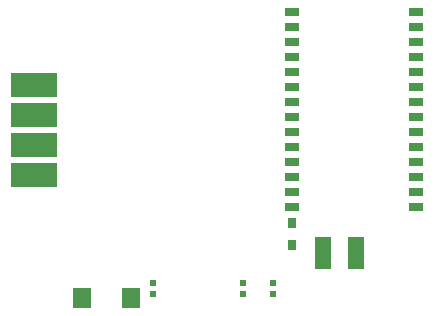
<source format=gtp>
G04 #@! TF.FileFunction,Paste,Top*
%FSLAX46Y46*%
G04 Gerber Fmt 4.6, Leading zero omitted, Abs format (unit mm)*
G04 Created by KiCad (PCBNEW (after 2015-mar-04 BZR unknown)-product) date 20.05.2015 17:30:12*
%MOMM*%
G01*
G04 APERTURE LIST*
%ADD10C,0.150000*%
%ADD11R,0.800000X0.900000*%
%ADD12R,1.600000X1.800000*%
%ADD13R,0.500000X0.500000*%
%ADD14R,1.270000X0.700000*%
%ADD15R,1.400000X2.800000*%
%ADD16R,4.000000X2.000000*%
G04 APERTURE END LIST*
D10*
D11*
X121600000Y-176300000D03*
X121600000Y-178100000D03*
D12*
X103850000Y-182600000D03*
X107950000Y-182600000D03*
D13*
X120015000Y-181345000D03*
X120015000Y-182245000D03*
X117475000Y-181345000D03*
X117475000Y-182245000D03*
X109855000Y-181345000D03*
X109855000Y-182245000D03*
D14*
X121559000Y-158390000D03*
X121559000Y-159660000D03*
X121559000Y-160930000D03*
X121559000Y-162200000D03*
X121559000Y-163470000D03*
X121559000Y-164740000D03*
X132100000Y-158390000D03*
X132100000Y-159660000D03*
X132100000Y-160930000D03*
X132100000Y-162200000D03*
X132100000Y-163470000D03*
X132100000Y-164740000D03*
X121559000Y-169820000D03*
X121559000Y-168550000D03*
X121559000Y-167280000D03*
X121559000Y-166010000D03*
X132100000Y-166010000D03*
X132100000Y-167280000D03*
X132100000Y-168550000D03*
X132100000Y-169820000D03*
X132100000Y-174900000D03*
X132100000Y-173630000D03*
X132100000Y-172360000D03*
X132100000Y-171090000D03*
X121559000Y-171090000D03*
X121559000Y-172360000D03*
X121559000Y-173630000D03*
X121559000Y-174900000D03*
D15*
X124200000Y-178800000D03*
X127000000Y-178800000D03*
D16*
X99748000Y-164592000D03*
X99748000Y-172212000D03*
X99748000Y-167132000D03*
X99748000Y-169672000D03*
M02*

</source>
